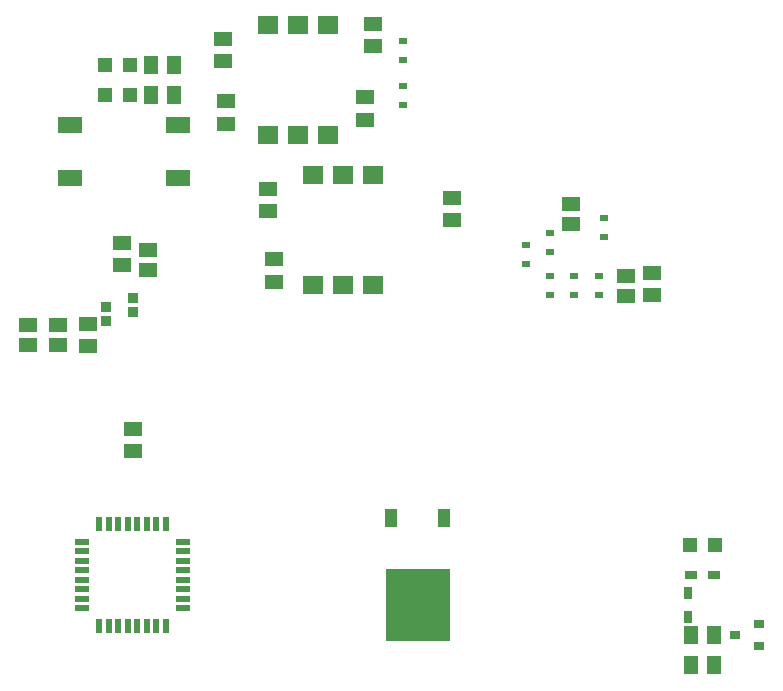
<source format=gtp>
G75*
%MOIN*%
%OFA0B0*%
%FSLAX25Y25*%
%IPPOS*%
%LPD*%
%AMOC8*
5,1,8,0,0,1.08239X$1,22.5*
%
%ADD10R,0.05906X0.05118*%
%ADD11R,0.03150X0.02362*%
%ADD12R,0.03150X0.03937*%
%ADD13R,0.03937X0.03150*%
%ADD14R,0.02200X0.05000*%
%ADD15R,0.05000X0.02200*%
%ADD16R,0.07008X0.05984*%
%ADD17R,0.03543X0.03150*%
%ADD18R,0.05118X0.06299*%
%ADD19R,0.06299X0.05118*%
%ADD20R,0.03543X0.03346*%
%ADD21R,0.08300X0.05500*%
%ADD22R,0.04724X0.04724*%
%ADD23R,0.21260X0.24409*%
%ADD24R,0.03937X0.06299*%
D10*
X0074167Y0128639D03*
X0074167Y0136119D03*
X0059167Y0163639D03*
X0059167Y0171119D03*
X0049167Y0170725D03*
X0049167Y0164032D03*
X0039167Y0164032D03*
X0039167Y0170725D03*
X0079167Y0189032D03*
X0079167Y0195725D03*
X0220167Y0204532D03*
X0220167Y0211225D03*
X0238667Y0187225D03*
X0238667Y0180532D03*
D11*
X0229667Y0180729D03*
X0229667Y0187028D03*
X0221167Y0187028D03*
X0221167Y0180729D03*
X0213167Y0180729D03*
X0213167Y0187028D03*
X0213167Y0195229D03*
X0213167Y0201528D03*
X0205167Y0197528D03*
X0205167Y0191229D03*
X0231167Y0200229D03*
X0231167Y0206528D03*
X0164167Y0244229D03*
X0164167Y0250528D03*
X0164167Y0259229D03*
X0164167Y0265528D03*
D12*
X0259167Y0081316D03*
X0259167Y0073442D03*
D13*
X0260230Y0087379D03*
X0268104Y0087379D03*
D14*
X0063143Y0070479D03*
X0066293Y0070479D03*
X0069442Y0070479D03*
X0072592Y0070479D03*
X0075741Y0070479D03*
X0078891Y0070479D03*
X0082041Y0070479D03*
X0085190Y0070479D03*
X0085190Y0104279D03*
X0082041Y0104279D03*
X0078891Y0104279D03*
X0075741Y0104279D03*
X0072592Y0104279D03*
X0069442Y0104279D03*
X0066293Y0104279D03*
X0063143Y0104279D03*
D15*
X0057267Y0098402D03*
X0057267Y0095253D03*
X0057267Y0092103D03*
X0057267Y0088954D03*
X0057267Y0085804D03*
X0057267Y0082654D03*
X0057267Y0079505D03*
X0057267Y0076355D03*
X0091067Y0076355D03*
X0091067Y0079505D03*
X0091067Y0082654D03*
X0091067Y0085804D03*
X0091067Y0088954D03*
X0091067Y0092103D03*
X0091067Y0095253D03*
X0091067Y0098402D03*
D16*
X0134167Y0184091D03*
X0144167Y0184091D03*
X0154167Y0184091D03*
X0154167Y0220666D03*
X0144167Y0220666D03*
X0134167Y0220666D03*
X0139167Y0234091D03*
X0129167Y0234091D03*
X0119167Y0234091D03*
X0119167Y0270666D03*
X0129167Y0270666D03*
X0139167Y0270666D03*
D17*
X0283104Y0071119D03*
X0283104Y0063639D03*
X0274836Y0067379D03*
D18*
X0267907Y0067379D03*
X0260427Y0067379D03*
X0260427Y0057379D03*
X0267907Y0057379D03*
X0087907Y0247379D03*
X0080427Y0247379D03*
X0080427Y0257379D03*
X0087907Y0257379D03*
D19*
X0104167Y0258639D03*
X0104167Y0266119D03*
X0105348Y0245331D03*
X0105348Y0237851D03*
X0119167Y0216119D03*
X0119167Y0208639D03*
X0121167Y0192619D03*
X0121167Y0185139D03*
X0070667Y0190639D03*
X0070667Y0198119D03*
X0151667Y0239139D03*
X0151667Y0246619D03*
X0154167Y0263639D03*
X0154167Y0271119D03*
X0180667Y0213119D03*
X0180667Y0205639D03*
X0247167Y0188119D03*
X0247167Y0180639D03*
D20*
X0074167Y0179662D03*
X0074167Y0175095D03*
X0065167Y0176662D03*
X0065167Y0172095D03*
D21*
X0053267Y0219679D03*
X0053267Y0237379D03*
X0089167Y0237379D03*
X0089167Y0219679D03*
D22*
X0073301Y0247379D03*
X0065033Y0247379D03*
X0065033Y0257379D03*
X0073301Y0257379D03*
X0260033Y0097379D03*
X0268301Y0097379D03*
D23*
X0169167Y0077536D03*
D24*
X0178143Y0106276D03*
X0160190Y0106276D03*
M02*

</source>
